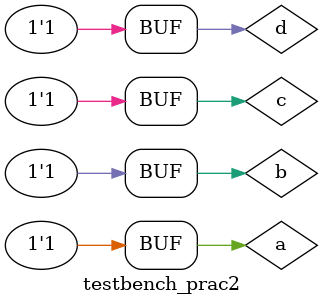
<source format=v>
module prac2 (w, x, y, z, a, b, c, d);
 
input a, b, c, d;
output w, x, y, z;
wire w1, w2, w3, w4, w5, w6, w7;

not n1(z, d);

and a1(w1, c, d);
or o1(w2, c, d);
not n2(w3, w2);
or o2(y, w1, w3);

and a2(w4, w3, b);
not n3(w6, b);
and a3(w5, w6, w2);
or o3(x, w4, w5);

and a4(w7, w2, b);
or o4(w, w7, a);

endmodule

// Most. Sabrina Naorin Sumona
// ID 181472565

module testbench_prac2;

reg a, b, c, d;
wire w, x, y, z;
prac2 f(w, x, y, z, a, b, c, d);

initial 

begin
a = 1'b0; b = 1'b0; c = 1'b0; d = 1'b0;
#10; a = 1'b0; b = 1'b0; c = 1'b0; d = 1'b1;
#10; a = 1'b0; b = 1'b0; c = 1'b1; d = 1'b0;
#10; a = 1'b0; b = 1'b0; c = 1'b1; d = 1'b1;
#10; a = 1'b0; b = 1'b1; c = 1'b0; d = 1'b0;
#10; a = 1'b0; b = 1'b1; c = 1'b0; d = 1'b1;
#10; a = 1'b0; b = 1'b1; c = 1'b1; d = 1'b0;
#10; a = 1'b0; b = 1'b1; c = 1'b1; d = 1'b1;
#10; a = 1'b1; b = 1'b0; c = 1'b0; d = 1'b0;
#10; a = 1'b1; b = 1'b0; c = 1'b0; d = 1'b1;
#10; a = 1'b1; b = 1'b0; c = 1'b1; d = 1'b0;
#10; a = 1'b1; b = 1'b0; c = 1'b1; d = 1'b1;
#10; a = 1'b1; b = 1'b1; c = 1'b0; d = 1'b0;
#10; a = 1'b1; b = 1'b1; c = 1'b0; d = 1'b1;
#10; a = 1'b1; b = 1'b1; c = 1'b1; d = 1'b0;
#10; a = 1'b1; b = 1'b1; c = 1'b1; d = 1'b1;
end

endmodule
</source>
